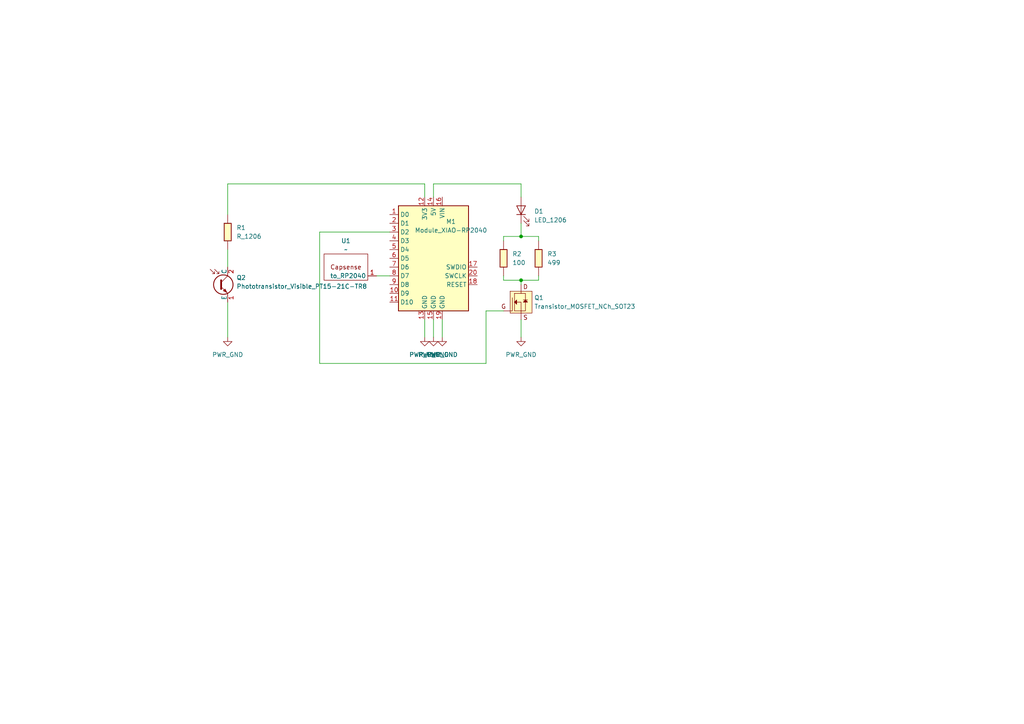
<source format=kicad_sch>
(kicad_sch (version 20250114) (generator "eeschema") (generator_version "9.0")
  (paper "A4")
  (lib_symbols
    (symbol "fab:LED_1206" (pin_numbers (hide yes)) (pin_names (offset 1.016) (hide yes))
      (property "Reference" "D" (at 0 2.54 0))
      (property "Value" "LED_1206" (at 0 -2.54 0))
      (symbol "LED_1206_0_1"
        (polyline (pts (xy -3.048 -0.762) (xy -4.572 -2.286) (xy -3.81 -2.286) (xy -4.572 -2.286) (xy -4.572 -1.524)))
        (polyline (pts (xy -1.778 -0.762) (xy -3.302 -2.286) (xy -2.54 -2.286) (xy -3.302 -2.286) (xy -3.302 -1.524)))
        (polyline (pts (xy -1.27 0) (xy 1.27 0)))
        (polyline (pts (xy -1.27 -1.27) (xy -1.27 1.27)) (stroke (width 0.2032)))
        (polyline (pts (xy 1.27 -1.27) (xy 1.27 1.27) (xy -1.27 0) (xy 1.27 -1.27)) (stroke (width 0.2032)))
      )
      (symbol "LED_1206_1_1"
        (pin passive line (at -3.81 0 0) (length 2.54) (name "K") (number "1"))
        (pin passive line (at 3.81 0 180) (length 2.54) (name "A") (number "2"))
      )
    )
    (symbol "fab:Module_XIAO-RP2040"
      (property "Reference" "M" (at -10.16 16.51 0))
      (property "Value" "Module_XIAO-RP2040" (at 3.81 16.51 0))
      (symbol "Module_XIAO-RP2040_1_1"
        (rectangle (start -10.16 15.24) (end 10.16 -15.24) (stroke (width 0.254)) (fill (type background)))
        (pin bidirectional line (at -12.7 12.7 0) (length 2.54) (name "D0") (number "1"))
        (pin bidirectional line (at -12.7 10.16 0) (length 2.54) (name "D1") (number "2"))
        (pin bidirectional line (at -12.7 7.62 0) (length 2.54) (name "D2") (number "3"))
        (pin bidirectional line (at -12.7 5.08 0) (length 2.54) (name "D3") (number "4"))
        (pin bidirectional line (at -12.7 2.54 0) (length 2.54) (name "D4") (number "5"))
        (pin bidirectional line (at -12.7 0 0) (length 2.54) (name "D5") (number "6"))
        (pin bidirectional line (at -12.7 -2.54 0) (length 2.54) (name "D6") (number "7"))
        (pin bidirectional line (at -12.7 -5.08 0) (length 2.54) (name "D7") (number "8"))
        (pin bidirectional line (at -12.7 -7.62 0) (length 2.54) (name "D8") (number "9"))
        (pin bidirectional line (at -12.7 -10.16 0) (length 2.54) (name "D9") (number "10"))
        (pin bidirectional line (at -12.7 -12.7 0) (length 2.54) (name "D10") (number "11"))
        (pin power_in line (at -2.54 17.78 270) (length 2.54) (name "3V3") (number "12"))
        (pin power_in line (at -2.54 -17.78 90) (length 2.54) (name "GND") (number "13"))
        (pin power_in line (at 0 17.78 270) (length 2.54) (name "5V") (number "14"))
        (pin power_in line (at 0 -17.78 90) (length 2.54) (name "GND") (number "15"))
        (pin power_in line (at 2.54 17.78 270) (length 2.54) (name "VIN") (number "16"))
        (pin power_in line (at 2.54 -17.78 90) (length 2.54) (name "GND") (number "19"))
        (pin bidirectional line (at 12.7 -2.54 180) (length 2.54) (name "SWDIO") (number "17"))
        (pin input line (at 12.7 -5.08 180) (length 2.54) (name "SWCLK") (number "20"))
        (pin input line (at 12.7 -7.62 180) (length 2.54) (name "RESET") (number "18"))
      )
    )
    (symbol "fab:PWR_GND" (power) (pin_names (offset 0))
      (property "Value" "PWR_GND" (at 0 -3.81 0))
      (symbol "PWR_GND_0_1"
        (polyline (pts (xy 0 0) (xy 0 -1.27) (xy 1.27 -1.27) (xy 0 -2.54) (xy -1.27 -1.27) (xy 0 -1.27)))
      )
      (symbol "PWR_GND_1_1"
        (pin power_in line (at 0 0 270) (length 0) (hide yes) (name "PWR_GND") (number "1"))
      )
    )
    (symbol "fab:Phototransistor_Visible_PT15-21C-TR8" (pin_names (offset 0))
      (property "Reference" "Q" (at 2.54 1.27 0))
      (property "Value" "Phototransistor_Visible_PT15-21C-TR8" (at 2.54 -1.27 0))
      (symbol "Phototransistor_Visible_PT15-21C-TR8_0_1"
        (polyline (pts (xy -5.08 4.445) (xy -3.81 3.175) (xy -3.81 3.81)))
        (polyline (pts (xy -3.81 4.445) (xy -2.54 3.175) (xy -2.54 3.81)))
        (polyline (pts (xy -3.81 3.175) (xy -4.445 3.175)))
        (polyline (pts (xy -2.54 3.175) (xy -3.175 3.175)))
        (polyline (pts (xy -1.905 1.27) (xy -1.905 -1.27) (xy -1.905 -1.27)) (stroke (width 0.508)))
        (polyline (pts (xy -1.905 0.635) (xy 0 2.54)))
        (polyline (pts (xy -1.905 -0.635) (xy 0 -2.54) (xy 0 -2.54)))
        (circle (center -1.27 0) (radius 2.8194) (stroke (width 0.254)))
        (polyline (pts (xy -1.27 -1.778) (xy -0.762 -1.27) (xy -0.254 -2.286) (xy -1.27 -1.778) (xy -1.27 -1.778)) (fill (type outline)))
      )
      (symbol "Phototransistor_Visible_PT15-21C-TR8_1_1"
        (pin passive line (at 0 5.08 270) (length 2.54) (name "C") (number "2"))
        (pin passive line (at 0 -5.08 90) (length 2.54) (name "E") (number "1"))
      )
    )
    (symbol "fab:R_1206" (pin_numbers (hide yes)) (pin_names (offset 0))
      (property "Reference" "R" (at 2.54 0 90))
      (property "Value" "R_1206" (at -2.54 0 90))
      (symbol "R_1206_0_1"
        (rectangle (start -1.016 -2.54) (end 1.016 2.54) (stroke (width 0.254)) (fill (type background)))
      )
      (symbol "R_1206_1_1"
        (pin passive line (at 0 5.08 270) (length 2.54) (name "~") (number "1"))
        (pin passive line (at 0 -5.08 90) (length 2.54) (name "~") (number "2"))
      )
    )
    (symbol "fab:Transistor_MOSFET_NCh_SOT23" (pin_numbers (hide yes)) (pin_names (offset 1.016) (hide yes))
      (property "Reference" "Q" (at 3.81 1.27 0))
      (property "Value" "Transistor_MOSFET_NCh_SOT23" (at 3.81 -1.27 0))
      (symbol "Transistor_MOSFET_NCh_SOT23_0_1"
        (polyline (pts (xy 0 2.54) (xy 1.27 2.54) (xy 1.27 -2.54) (xy 0 -2.54)))
      )
      (symbol "Transistor_MOSFET_NCh_SOT23_1_0"
        (text "G" (at -5.08 -1.27 0) (effects (font (size 1.27 1.27))))
        (text "D" (at 1.27 4.445 0) (effects (font (size 1.27 1.27))))
        (text "S" (at 1.27 -4.445 0) (effects (font (size 1.27 1.27))))
      )
      (symbol "Transistor_MOSFET_NCh_SOT23_1_1"
        (rectangle (start -3.175 3.175) (end 3.175 -3.175) (fill (type background)))
        (polyline (pts (xy -2.54 -2.54) (xy -2.54 1.27)) (stroke (width 0.15)))
        (polyline (pts (xy -1.905 2.54) (xy -1.905 -2.54)) (stroke (width 0.15)))
        (polyline (pts (xy -1.905 0) (xy -1.27 0.635) (xy -1.27 -0.635) (xy -1.905 0)) (fill (type outline)))
        (polyline (pts (xy -1.905 -2.54) (xy 0 -2.54)) (stroke (width 0.15)))
        (polyline (pts (xy 0 2.54) (xy -1.905 2.54)) (stroke (width 0.15)))
        (polyline (pts (xy 0 -2.54) (xy 0 0) (xy -1.905 0)) (stroke (width 0.15)))
        (polyline (pts (xy 0.635 0.635) (xy 1.905 0.635)) (stroke (width 0.15)))
        (polyline (pts (xy 1.27 0.635) (xy 1.905 0) (xy 0.635 0) (xy 1.27 0.635)) (fill (type outline)))
        (pin passive line (at -5.08 -2.54 0) (length 2.54) (name "G") (number "1"))
        (pin passive line (at 0 5.08 270) (length 2.54) (name "D") (number "3"))
        (pin passive line (at 0 -5.08 90) (length 2.54) (name "S") (number "2"))
      )
    )
    (symbol "pads:Capsense"
      (property "Reference" "U1" (at 0 2.54 0))
      (property "Value" "~" (at 0 0 0))
      (symbol "Capsense_1_1"
        (text_box "Capsense" (at -6.35 -1.27 0) (size 12.7 -7.62) (margins 1.016 1.016 1.016 1.016) (effects (font (size 1.27 1.27))))
        (pin bidirectional line (at 8.89 -7.62 180) (length 2.54) (name "to_RP2040") (number "1"))
      )
    )
  )
  (junction (at 151.13 81.28))
  (junction (at 151.13 68.58))
  (wire (pts (xy 146.05 81.28) (xy 146.05 80.01)))
  (wire (pts (xy 66.04 53.34) (xy 66.04 62.23)))
  (wire (pts (xy 156.21 68.58) (xy 151.13 68.58)))
  (wire (pts (xy 92.71 105.41) (xy 140.97 105.41)))
  (wire (pts (xy 92.71 67.31) (xy 113.03 67.31)))
  (wire (pts (xy 140.97 90.17) (xy 140.97 105.41)))
  (wire (pts (xy 92.71 67.31) (xy 92.71 105.41)))
  (wire (pts (xy 151.13 64.77) (xy 151.13 68.58)))
  (wire (pts (xy 123.19 92.71) (xy 123.19 97.79)))
  (wire (pts (xy 146.05 90.17) (xy 140.97 90.17)))
  (wire (pts (xy 125.73 92.71) (xy 125.73 97.79)))
  (wire (pts (xy 156.21 80.01) (xy 156.21 81.28)))
  (wire (pts (xy 125.73 57.15) (xy 125.73 53.34)))
  (wire (pts (xy 128.27 92.71) (xy 128.27 97.79)))
  (wire (pts (xy 156.21 69.85) (xy 156.21 68.58)))
  (wire (pts (xy 151.13 92.71) (xy 151.13 97.79)))
  (wire (pts (xy 146.05 68.58) (xy 151.13 68.58)))
  (wire (pts (xy 123.19 53.34) (xy 66.04 53.34)))
  (wire (pts (xy 66.04 87.63) (xy 66.04 97.79)))
  (wire (pts (xy 151.13 81.28) (xy 151.13 82.55)))
  (wire (pts (xy 66.04 72.39) (xy 66.04 77.47)))
  (wire (pts (xy 151.13 81.28) (xy 146.05 81.28)))
  (wire (pts (xy 151.13 53.34) (xy 151.13 57.15)))
  (wire (pts (xy 125.73 53.34) (xy 151.13 53.34)))
  (wire (pts (xy 151.13 81.28) (xy 156.21 81.28)))
  (wire (pts (xy 146.05 69.85) (xy 146.05 68.58)))
  (wire (pts (xy 123.19 57.15) (xy 123.19 53.34)))
  (wire (pts (xy 113.03 80.01) (xy 109.22 80.01)))
  (symbol (lib_id "fab:LED_1206") (at 151.13 60.96 90) (unit 1)
    (property "Reference" "D1" (at 154.94 61.2901 90) (effects (justify right)))
    (property "Value" "LED_1206" (at 154.94 63.8301 90) (effects (justify right)))
    (property "Footprint" "fab:LED_1206" (effects (hide yes)))
    (property "Datasheet" "https://optoelectronics.liteon.com/upload/download/DS-22-98-0002/LTST-C150CKT.pdf" (effects (hide yes)))
    (property "Description" "Light emitting diode, Lite-On Inc. LTST, SMD" (effects (hide yes)))
  )
  (symbol (lib_id "fab:PWR_GND") (at 151.13 97.79 0) (unit 1)
    (property "Reference" "#PWR01" (effects (hide yes)))
    (property "Value" "PWR_GND" (at 151.13 102.87 0))
    (property "Description" "Power symbol creates a global label with name \"GND\" , ground" (effects (hide yes)))
  )
  (symbol (lib_id "fab:R_1206") (at 156.21 74.93 0) (unit 1)
    (property "Reference" "R3" (at 158.75 73.6599 0) (effects (justify left)))
    (property "Value" "499" (at 158.75 76.1999 0) (effects (justify left)))
    (property "Footprint" "fab:R_1206" (effects (hide yes)))
    (property "Description" "Resistor" (effects (hide yes)))
  )
  (symbol (lib_id "fab:PWR_GND") (at 128.27 97.79 0) (unit 1)
    (property "Reference" "#PWR05" (effects (hide yes)))
    (property "Value" "PWR_GND" (at 128.27 102.87 0))
    (property "Description" "Power symbol creates a global label with name \"GND\" , ground" (effects (hide yes)))
  )
  (symbol (lib_id "fab:Phototransistor_Visible_PT15-21C-TR8") (at 66.04 82.55 0) (unit 1)
    (property "Reference" "Q2" (at 68.58 80.5306 0) (effects (justify left)))
    (property "Value" "Phototransistor_Visible_PT15-21C-TR8" (at 68.58 83.0706 0) (effects (justify left)))
    (property "Footprint" "fab:Q_1206" (effects (hide yes)))
    (property "Datasheet" "https://www.everlight.com/file/ProductFile/PT15-21C-TR8.pdf" (effects (hide yes)))
    (property "Description" "PT15-21C/TR8 is a phototransistor in miniature SMD package which is molded in a water clear with flat top view lens. The device is Spectrally matched to visible AND infrared emitting diode." (effects (hide yes)))
  )
  (symbol (lib_id "fab:Module_XIAO-RP2040") (at 125.73 74.93 0) (unit 1)
    (property "Reference" "M1" (at 130.81 64.262 0))
    (property "Value" "Module_XIAO-RP2040" (at 130.81 66.802 0))
    (property "Footprint" "fab:SeeedStudio_XIAO_RP2040" (effects (hide yes)))
    (property "Datasheet" "https://wiki.seeedstudio.com/XIAO-RP2040/" (effects (hide yes)))
    (property "Description" "RP2040 XIAO RP2040 - ARM® Dual-Core Cortex®-M0+ MCU 32-Bit Embedded Evaluation Board" (effects (hide yes)))
  )
  (symbol (lib_id "fab:PWR_GND") (at 125.73 97.79 0) (unit 1)
    (property "Reference" "#PWR04" (effects (hide yes)))
    (property "Value" "PWR_GND" (at 125.73 102.87 0))
    (property "Description" "Power symbol creates a global label with name \"GND\" , ground" (effects (hide yes)))
  )
  (symbol (lib_id "pads:Capsense") (at 100.33 72.39 0) (unit 1)
    (property "Reference" "U1" (at 100.33 69.85 0))
    (property "Value" "~" (at 100.33 72.39 0))
    (property "Footprint" "pads:lamp_pad" (effects (hide yes)))
  )
  (symbol (lib_id "fab:Transistor_MOSFET_NCh_SOT23") (at 151.13 87.63 0) (unit 1)
    (property "Reference" "Q1" (at 154.94 86.3599 0) (effects (justify left)))
    (property "Value" "Transistor_MOSFET_NCh_SOT23" (at 154.94 88.8999 0) (effects (justify left)))
    (property "Footprint" "fab:SOT-23-3" (effects (hide yes)))
    (property "Datasheet" "https://www.onsemi.com/pub/Collateral/NDS355AN-D.PDF" (effects (hide yes)))
    (property "Description" "N-Channel mosfet NDS355AN in SOT-23 package" (effects (hide yes)))
  )
  (symbol (lib_id "fab:PWR_GND") (at 66.04 97.79 0) (unit 1)
    (property "Reference" "#PWR03" (effects (hide yes)))
    (property "Value" "PWR_GND" (at 66.04 102.87 0))
    (property "Description" "Power symbol creates a global label with name \"GND\" , ground" (effects (hide yes)))
  )
  (symbol (lib_id "fab:R_1206") (at 66.04 67.31 0) (unit 1)
    (property "Reference" "R1" (at 68.58 66.0399 0) (effects (justify left)))
    (property "Value" "R_1206" (at 68.58 68.5799 0) (effects (justify left)))
    (property "Footprint" "fab:R_1206" (effects (hide yes)))
    (property "Description" "Resistor" (effects (hide yes)))
  )
  (symbol (lib_id "fab:PWR_GND") (at 123.19 97.79 0) (unit 1)
    (property "Reference" "#PWR02" (effects (hide yes)))
    (property "Value" "PWR_GND" (at 123.19 102.87 0))
    (property "Description" "Power symbol creates a global label with name \"GND\" , ground" (effects (hide yes)))
  )
  (symbol (lib_id "fab:R_1206") (at 146.05 74.93 0) (unit 1)
    (property "Reference" "R2" (at 148.59 73.6599 0) (effects (justify left)))
    (property "Value" "100" (at 148.59 76.1999 0) (effects (justify left)))
    (property "Footprint" "fab:R_1206" (effects (hide yes)))
    (property "Description" "Resistor" (effects (hide yes)))
  )
)
</source>
